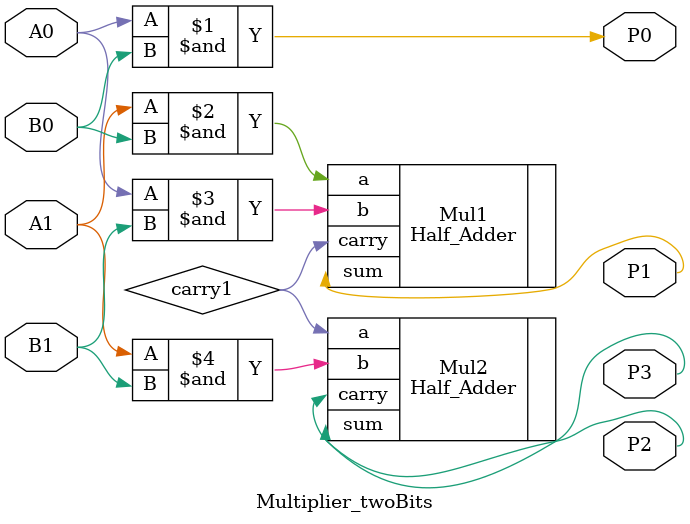
<source format=v>
`timescale 1ns / 1ps


module Multiplier_twoBits(
    input A1, A0, // Inputs for number A
    input B1, B0, // Inputs for number B
    output P3, P2, P1, P0 // Outputs for the product
    );
    
    wire carry1;
    
    assign P0 = A0 & B0;
    
        Half_Adder Mul1(
        .a(A1 & B0),
        .b(A0 & B1),
        .sum(P1),
        .carry(carry1)
    );

        Half_Adder Mul2(
        .a(carry1),
        .b(A1 & B1),
        .sum(P2),
        .carry(P3)
    );
  
    
endmodule

</source>
